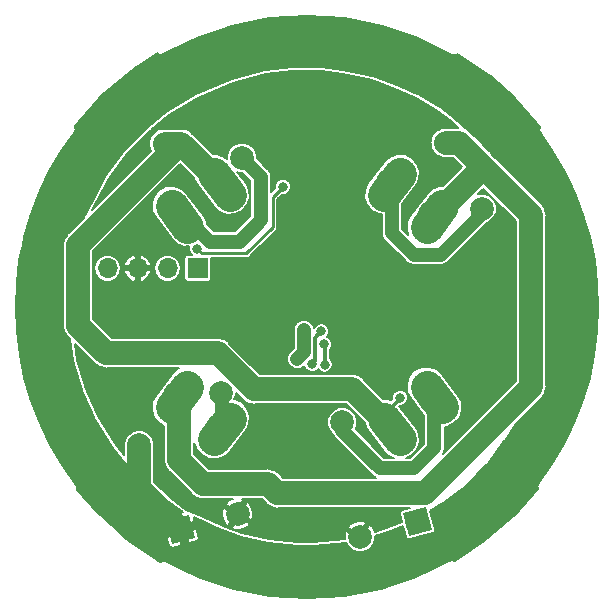
<source format=gbr>
From b93029b9faac31d8802ce797875c2d6b4c6d6a45 Mon Sep 17 00:00:00 2001
From: jaseg <git-bigdata-wsl-arch@jaseg.de>
Date: Sun, 31 Jul 2022 16:36:34 +0200
Subject: Split center design into control and led connector boards

---
 center/gerber/center-B.Cu.gbr | 2558 -----------------------------------------
 1 file changed, 2558 deletions(-)
 delete mode 100644 center/gerber/center-B.Cu.gbr

(limited to 'center/gerber/center-B.Cu.gbr')

diff --git a/center/gerber/center-B.Cu.gbr b/center/gerber/center-B.Cu.gbr
deleted file mode 100644
index acb4690..0000000
--- a/center/gerber/center-B.Cu.gbr
+++ /dev/null
@@ -1,2558 +0,0 @@
-G04 #@! TF.GenerationSoftware,KiCad,Pcbnew,(5.0.1)*
-G04 #@! TF.CreationDate,2019-02-02T12:52:51+09:00*
-G04 #@! TF.ProjectId,center,63656E7465722E6B696361645F706362,rev?*
-G04 #@! TF.SameCoordinates,Original*
-G04 #@! TF.FileFunction,Copper,L2,Bot,Signal*
-G04 #@! TF.FilePolarity,Positive*
-%FSLAX46Y46*%
-G04 Gerber Fmt 4.6, Leading zero omitted, Abs format (unit mm)*
-G04 Created by KiCad (PCBNEW (5.0.1)) date Sat Feb  2 12:52:51 2019*
-%MOMM*%
-%LPD*%
-G01*
-G04 APERTURE LIST*
-G04 #@! TA.AperFunction,SMDPad,CuDef*
-%ADD10C,2.800000*%
-G04 #@! TD*
-G04 #@! TA.AperFunction,Conductor*
-%ADD11C,2.800000*%
-G04 #@! TD*
-G04 #@! TA.AperFunction,ComponentPad*
-%ADD12R,1.700000X1.700000*%
-G04 #@! TD*
-G04 #@! TA.AperFunction,ComponentPad*
-%ADD13O,1.700000X1.700000*%
-G04 #@! TD*
-G04 #@! TA.AperFunction,ComponentPad*
-%ADD14C,2.000000*%
-G04 #@! TD*
-G04 #@! TA.AperFunction,Conductor*
-%ADD15C,0.100000*%
-G04 #@! TD*
-G04 #@! TA.AperFunction,ViaPad*
-%ADD16C,1.200000*%
-G04 #@! TD*
-G04 #@! TA.AperFunction,ViaPad*
-%ADD17C,2.000000*%
-G04 #@! TD*
-G04 #@! TA.AperFunction,ViaPad*
-%ADD18C,0.800000*%
-G04 #@! TD*
-G04 #@! TA.AperFunction,Conductor*
-%ADD19C,2.000000*%
-G04 #@! TD*
-G04 #@! TA.AperFunction,Conductor*
-%ADD20C,0.300000*%
-G04 #@! TD*
-G04 #@! TA.AperFunction,Conductor*
-%ADD21C,1.200000*%
-G04 #@! TD*
-G04 #@! TA.AperFunction,Conductor*
-%ADD22C,0.250000*%
-G04 #@! TD*
-G04 #@! TA.AperFunction,Conductor*
-%ADD23C,0.150000*%
-G04 #@! TD*
-G04 APERTURE END LIST*
-D10*
-G04 #@! TO.P,J1,2*
-G04 #@! TO.N,Net-(D1-Pad2)*
-X110796930Y-92354084D03*
-D11*
-G04 #@! TD*
-G04 #@! TO.N,Net-(D1-Pad2)*
-G04 #@! TO.C,J1*
-X111458927Y-91475585D02*
-X110134933Y-93232583D01*
-D10*
-G04 #@! TO.P,J1,1*
-G04 #@! TO.N,/Q2*
-X107203070Y-89645916D03*
-D11*
-G04 #@! TD*
-G04 #@! TO.N,/Q2*
-G04 #@! TO.C,J1*
-X107865067Y-88767417D02*
-X106541073Y-90524415D01*
-D10*
-G04 #@! TO.P,J2,1*
-G04 #@! TO.N,/Q0*
-X89203070Y-92354084D03*
-D11*
-G04 #@! TD*
-G04 #@! TO.N,/Q0*
-G04 #@! TO.C,J2*
-X88541073Y-91475585D02*
-X89865067Y-93232583D01*
-D10*
-G04 #@! TO.P,J2,2*
-G04 #@! TO.N,Net-(D2-Pad2)*
-X92796930Y-89645916D03*
-D11*
-G04 #@! TD*
-G04 #@! TO.N,Net-(D2-Pad2)*
-G04 #@! TO.C,J2*
-X92134933Y-88767417D02*
-X93458927Y-90524415D01*
-D10*
-G04 #@! TO.P,J3,2*
-G04 #@! TO.N,Net-(D1-Pad2)*
-X89203070Y-107645916D03*
-D11*
-G04 #@! TD*
-G04 #@! TO.N,Net-(D1-Pad2)*
-G04 #@! TO.C,J3*
-X88541073Y-108524415D02*
-X89865067Y-106767417D01*
-D10*
-G04 #@! TO.P,J3,1*
-G04 #@! TO.N,/Q3*
-X92796930Y-110354084D03*
-D11*
-G04 #@! TD*
-G04 #@! TO.N,/Q3*
-G04 #@! TO.C,J3*
-X92134933Y-111232583D02*
-X93458927Y-109475585D01*
-D10*
-G04 #@! TO.P,J4,2*
-G04 #@! TO.N,Net-(D2-Pad2)*
-X107203070Y-110354084D03*
-D11*
-G04 #@! TD*
-G04 #@! TO.N,Net-(D2-Pad2)*
-G04 #@! TO.C,J4*
-X107865067Y-111232583D02*
-X106541073Y-109475585D01*
-D10*
-G04 #@! TO.P,J4,1*
-G04 #@! TO.N,/Q1*
-X110796930Y-107645916D03*
-D11*
-G04 #@! TD*
-G04 #@! TO.N,/Q1*
-G04 #@! TO.C,J4*
-X111458927Y-108524415D02*
-X110134933Y-106767417D01*
-D12*
-G04 #@! TO.P,J5,1*
-G04 #@! TO.N,+3V3*
-X90750000Y-96750000D03*
-D13*
-G04 #@! TO.P,J5,2*
-G04 #@! TO.N,/SWCLK*
-X88210000Y-96750000D03*
-G04 #@! TO.P,J5,3*
-G04 #@! TO.N,GND*
-X85670001Y-96750000D03*
-G04 #@! TO.P,J5,4*
-G04 #@! TO.N,/SWDIO*
-X83130000Y-96750000D03*
-G04 #@! TD*
-D14*
-G04 #@! TO.P,C1,1*
-G04 #@! TO.N,+12V*
-X89300000Y-118850000D03*
-D15*
-G04 #@! TD*
-G04 #@! TO.N,+12V*
-G04 #@! TO.C,C1*
-G36*
-X88592893Y-120074745D02*
-X88075255Y-118142893D01*
-X90007107Y-117625255D01*
-X90524745Y-119557107D01*
-X88592893Y-120074745D01*
-X88592893Y-120074745D01*
-G37*
-D14*
-G04 #@! TO.P,C1,2*
-G04 #@! TO.N,GND*
-X94129629Y-117555905D03*
-G04 #@! TD*
-G04 #@! TO.P,C4,2*
-G04 #@! TO.N,GND*
-X104520371Y-119494095D03*
-G04 #@! TO.P,C4,1*
-G04 #@! TO.N,+3V3*
-X109350000Y-118200000D03*
-D15*
-G04 #@! TD*
-G04 #@! TO.N,+3V3*
-G04 #@! TO.C,C4*
-G36*
-X110057107Y-116975255D02*
-X110574745Y-118907107D01*
-X108642893Y-119424745D01*
-X108125255Y-117492893D01*
-X110057107Y-116975255D01*
-X110057107Y-116975255D01*
-G37*
-D16*
-G04 #@! TO.N,+12V*
-X85799992Y-111750008D03*
-D17*
-X92571589Y-78755737D03*
-X86370323Y-82091010D03*
-X81503225Y-87179340D03*
-X78446720Y-93522646D03*
-X77500000Y-100500000D03*
-X78755737Y-107428411D03*
-X82091010Y-113629677D03*
-X87179340Y-118496775D03*
-X93522646Y-121553280D03*
-X100500000Y-122500000D03*
-X107428411Y-121244263D03*
-X113629677Y-117908990D03*
-X118496775Y-112820660D03*
-X121553280Y-106477354D03*
-X122500000Y-99500000D03*
-X121244263Y-92571589D03*
-X117908990Y-86370323D03*
-X112820660Y-81503225D03*
-X106477354Y-78446720D03*
-X99500000Y-77500000D03*
-X85799992Y-111750008D03*
-D16*
-G04 #@! TO.N,GND*
-X98900000Y-95900000D03*
-X105250000Y-92400000D03*
-X99000000Y-82700000D03*
-X84903097Y-101658975D03*
-X100800000Y-97950000D03*
-X106750000Y-99400000D03*
-X103800000Y-83250000D03*
-D17*
-X106250000Y-84500000D03*
-X114900000Y-107700000D03*
-X97150000Y-111700000D03*
-X112000000Y-100300000D03*
-D18*
-X117300000Y-101050000D03*
-X117000000Y-102400000D03*
-D16*
-X94800000Y-82700000D03*
-D17*
-X85775634Y-92775634D03*
-X94800000Y-112700000D03*
-X96400000Y-109500000D03*
-X96800000Y-104700000D03*
-D16*
-X108200000Y-105500000D03*
-D18*
-X93000000Y-93000000D03*
-X95900000Y-95900000D03*
-X93400000Y-96300000D03*
-X92400000Y-96300000D03*
-X101500000Y-93200000D03*
-X101600000Y-95300000D03*
-X92400000Y-98850000D03*
-X109300000Y-90500000D03*
-X109300000Y-86500000D03*
-X113600000Y-108500000D03*
-X109200000Y-109400000D03*
-X101100000Y-109800000D03*
-X106700000Y-117700000D03*
-X97900000Y-119100000D03*
-X96200000Y-118800000D03*
-X90600000Y-90600000D03*
-X91200000Y-85500000D03*
-X92200000Y-86500000D03*
-X100000000Y-81950000D03*
-X101600000Y-84700000D03*
-X98000000Y-87500000D03*
-X93500000Y-84200000D03*
-D16*
-X101354480Y-100500010D03*
-G04 #@! TO.N,+3V3*
-X99200000Y-104400000D03*
-X99750000Y-102000000D03*
-D17*
-G04 #@! TO.N,Net-(D1-Pad2)*
-X111750000Y-86139998D03*
-G04 #@! TO.N,Net-(D2-Pad2)*
-X87950000Y-86191024D03*
-D18*
-X107900000Y-107700000D03*
-G04 #@! TO.N,/Vmeas_A*
-X90683142Y-95080201D03*
-X97975075Y-89849978D03*
-G04 #@! TO.N,/Vmeas_B*
-X101500000Y-104900000D03*
-X101450021Y-103200000D03*
-D17*
-G04 #@! TO.N,/Q2*
-X114800000Y-91700000D03*
-G04 #@! TO.N,/Q0*
-X94500000Y-87400000D03*
-G04 #@! TO.N,/Q3*
-X92694365Y-107305635D03*
-G04 #@! TO.N,/Q1*
-X103000000Y-109800000D03*
-D18*
-G04 #@! TO.N,/CH1*
-X101225000Y-102100000D03*
-X100450000Y-104875000D03*
-G04 #@! TD*
-D19*
-G04 #@! TO.N,+12V*
-X89300000Y-118850000D02*
-X85799992Y-115349992D01*
-X85799992Y-112598536D02*
-X85799992Y-111750008D01*
-X85799992Y-115349992D02*
-X85799992Y-112598536D01*
-D20*
-G04 #@! TO.N,GND*
-X98900000Y-95900000D02*
-X98900000Y-96050000D01*
-X98900000Y-96050000D02*
-X100800000Y-97950000D01*
-D21*
-G04 #@! TO.N,+3V3*
-X99750000Y-103850000D02*
-X99750000Y-102000000D01*
-X99200000Y-104400000D02*
-X99750000Y-103850000D01*
-D19*
-G04 #@! TO.N,Net-(D1-Pad2)*
-X112889998Y-86139998D02*
-X111750000Y-86139998D01*
-X114751014Y-88400000D02*
-X110796930Y-92354084D01*
-X115150000Y-88400000D02*
-X114751014Y-88400000D01*
-X115150000Y-88400000D02*
-X112889998Y-86139998D01*
-X119000000Y-92250000D02*
-X115150000Y-88400000D01*
-X119000000Y-106800000D02*
-X119000000Y-92250000D01*
-X110024755Y-115775245D02*
-X119000000Y-106800000D01*
-X89203070Y-113003070D02*
-X91200000Y-115000000D01*
-X91200000Y-115000000D02*
-X96700000Y-115000000D01*
-X96700000Y-115000000D02*
-X97500000Y-115800000D01*
-X97524755Y-115775245D02*
-X110024755Y-115775245D01*
-X97500000Y-115800000D02*
-X97524755Y-115775245D01*
-X89203070Y-107645916D02*
-X89203070Y-113003070D01*
-G04 #@! TO.N,Net-(D2-Pad2)*
-X89351014Y-86200000D02*
-X92796930Y-89645916D01*
-X89300000Y-86200000D02*
-X89351014Y-86200000D01*
-D22*
-X107203070Y-108396930D02*
-X107203070Y-110354084D01*
-X107900000Y-107700000D02*
-X107203070Y-108396930D01*
-D19*
-X89342038Y-86191024D02*
-X87950000Y-86191024D01*
-X89451014Y-86300000D02*
-X89342038Y-86191024D01*
-X89139998Y-86300000D02*
-X89451014Y-86300000D01*
-X107203070Y-110354084D02*
-X103848986Y-107000000D01*
-X95500000Y-107000000D02*
-X92450000Y-103950000D01*
-X80649999Y-94789999D02*
-X89139998Y-86300000D01*
-X92450000Y-103950000D02*
-X83000000Y-103950000D01*
-X103848986Y-107000000D02*
-X95500000Y-107000000D01*
-X83000000Y-103950000D02*
-X80649999Y-101599999D01*
-X80649999Y-101599999D02*
-X80649999Y-94789999D01*
-D22*
-G04 #@! TO.N,/Vmeas_A*
-X97100000Y-90725053D02*
-X97975075Y-89849978D01*
-X97100000Y-93265685D02*
-X97100000Y-90725053D01*
-X94885485Y-95480200D02*
-X97100000Y-93265685D01*
-X90683142Y-95080201D02*
-X91083141Y-95480200D01*
-X91083141Y-95480200D02*
-X94885485Y-95480200D01*
-D20*
-G04 #@! TO.N,/Vmeas_B*
-X101500000Y-103249979D02*
-X101450021Y-103200000D01*
-X101500000Y-104900000D02*
-X101500000Y-103249979D01*
-D21*
-G04 #@! TO.N,/Q2*
-X107203070Y-93753070D02*
-X107203070Y-91851988D01*
-X107203070Y-91851988D02*
-X107203070Y-89645916D01*
-X109050000Y-95600000D02*
-X107203070Y-93753070D01*
-X111350000Y-95600000D02*
-X109050000Y-95600000D01*
-X114800000Y-91700000D02*
-X114800000Y-92150000D01*
-X114800000Y-92150000D02*
-X111350000Y-95600000D01*
-G04 #@! TO.N,/Q0*
-X94299999Y-94500001D02*
-X91799999Y-94500001D01*
-X96100000Y-92700000D02*
-X94299999Y-94500001D01*
-X91799999Y-94500001D02*
-X90701375Y-93401377D01*
-X94500000Y-87400000D02*
-X96100000Y-89000000D01*
-X96100000Y-89000000D02*
-X96100000Y-92700000D01*
-G04 #@! TO.N,/Q3*
-X92796930Y-110354084D02*
-X92796930Y-107408200D01*
-X92796930Y-107408200D02*
-X92694365Y-107305635D01*
-G04 #@! TO.N,/Q1*
-X103000000Y-110500000D02*
-X103000000Y-109800000D01*
-X106200000Y-113700000D02*
-X103000000Y-110500000D01*
-X109100000Y-113700000D02*
-X106200000Y-113700000D01*
-X110796930Y-107645916D02*
-X110796930Y-112003070D01*
-X110796930Y-112003070D02*
-X109100000Y-113700000D01*
-D20*
-G04 #@! TO.N,/CH1*
-X100700011Y-104624989D02*
-X100450000Y-104875000D01*
-X100700011Y-102624989D02*
-X100700011Y-104624989D01*
-X101225000Y-102100000D02*
-X100700011Y-102624989D01*
-G04 #@! TD*
-D23*
-G04 #@! TO.N,GND*
-G36*
-X82009645Y-104762767D02*
-X82080777Y-104869223D01*
-X82502520Y-105151023D01*
-X82874427Y-105225000D01*
-X82874431Y-105225000D01*
-X82999999Y-105249977D01*
-X83125567Y-105225000D01*
-X89201353Y-105225000D01*
-X88998286Y-105295914D01*
-X88626635Y-105627625D01*
-X87104077Y-107648127D01*
-X86887657Y-108096813D01*
-X86849878Y-108762096D01*
-X87069570Y-109391195D01*
-X87513284Y-109888336D01*
-X87928070Y-110088405D01*
-X87928071Y-112877497D01*
-X87903093Y-113003070D01*
-X88002048Y-113500550D01*
-X88201840Y-113799559D01*
-X88283848Y-113922293D01*
-X88390303Y-113993424D01*
-X90209645Y-115812767D01*
-X90280777Y-115919223D01*
-X90702520Y-116201023D01*
-X91074427Y-116275000D01*
-X91074431Y-116275000D01*
-X91199999Y-116299977D01*
-X91325567Y-116275000D01*
-X93773802Y-116275000D01*
-X93424904Y-116403320D01*
-X93198714Y-116576883D01*
-X93128024Y-116775556D01*
-X94065575Y-117316851D01*
-X94606870Y-116379300D01*
-X94484378Y-116275000D01*
-X96171879Y-116275000D01*
-X96509645Y-116612766D01*
-X96580777Y-116719223D01*
-X96743719Y-116828097D01*
-X97002520Y-117001023D01*
-X97500000Y-117099977D01*
-X97750022Y-117050245D01*
-X108693909Y-117050245D01*
-X108052686Y-117222060D01*
-X107954566Y-117270447D01*
-X107882433Y-117352699D01*
-X107847267Y-117456295D01*
-X107854422Y-117565462D01*
-X108027467Y-118211274D01*
-X106972846Y-118679995D01*
-X105779080Y-119077917D01*
-X105672956Y-118789370D01*
-X105499393Y-118563180D01*
-X105300720Y-118492490D01*
-X104808145Y-119345655D01*
-X104183672Y-119501773D01*
-X103343766Y-119016854D01*
-X103207055Y-119177410D01*
-X103185964Y-119700909D01*
-X100496880Y-119925000D01*
-X99253743Y-119925000D01*
-X96761907Y-119675816D01*
-X94521408Y-119177928D01*
-X93333628Y-118732510D01*
-X93652388Y-118732510D01*
-X93812944Y-118869221D01*
-X94339635Y-118890441D01*
-X94820063Y-118713746D01*
-X103518766Y-118713746D01*
-X104456317Y-119255041D01*
-X104997612Y-118317490D01*
-X104837056Y-118180779D01*
-X104310365Y-118159559D01*
-X103815646Y-118341510D01*
-X103589456Y-118515073D01*
-X103518766Y-118713746D01*
-X94820063Y-118713746D01*
-X94834354Y-118708490D01*
-X95060544Y-118534927D01*
-X95131234Y-118336254D01*
-X94193683Y-117794959D01*
-X93652388Y-118732510D01*
-X93333628Y-118732510D01*
-X92528708Y-118430665D01*
-X91066250Y-117765911D01*
-X92795093Y-117765911D01*
-X92977044Y-118260630D01*
-X93150607Y-118486820D01*
-X93349280Y-118557510D01*
-X93890575Y-117619959D01*
-X93668686Y-117491851D01*
-X94368683Y-117491851D01*
-X95306234Y-118033146D01*
-X95442945Y-117872590D01*
-X95464165Y-117345899D01*
-X95282214Y-116851180D01*
-X95108651Y-116624990D01*
-X94909978Y-116554300D01*
-X94368683Y-117491851D01*
-X93668686Y-117491851D01*
-X92953024Y-117078664D01*
-X92816313Y-117239220D01*
-X92795093Y-117765911D01*
-X91066250Y-117765911D01*
-X89787669Y-117184738D01*
-X88563337Y-116310215D01*
-X87074992Y-114821871D01*
-X87074992Y-111496395D01*
-X87025993Y-111378100D01*
-X87001015Y-111252528D01*
-X86929885Y-111146074D01*
-X86880885Y-111027778D01*
-X86790344Y-110937237D01*
-X86719215Y-110830785D01*
-X86612763Y-110759656D01*
-X86522222Y-110669115D01*
-X86403926Y-110620115D01*
-X86297472Y-110548985D01*
-X86171900Y-110524007D01*
-X86053605Y-110475008D01*
-X85925565Y-110475008D01*
-X85799992Y-110450030D01*
-X85674419Y-110475008D01*
-X85546379Y-110475008D01*
-X85428084Y-110524007D01*
-X85302513Y-110548985D01*
-X85196061Y-110620114D01*
-X85077762Y-110669115D01*
-X84987219Y-110759658D01*
-X84880770Y-110830785D01*
-X84809642Y-110937235D01*
-X84719099Y-111027778D01*
-X84670099Y-111146075D01*
-X84598969Y-111252528D01*
-X84573991Y-111378101D01*
-X84524992Y-111496395D01*
-X84524992Y-112598682D01*
-X83811717Y-111707088D01*
-X82316673Y-109215347D01*
-X81320469Y-106973890D01*
-X80573451Y-104483830D01*
-X80380575Y-103133696D01*
-X82009645Y-104762767D01*
-X82009645Y-104762767D01*
-G37*
-X82009645Y-104762767D02*
-X82080777Y-104869223D01*
-X82502520Y-105151023D01*
-X82874427Y-105225000D01*
-X82874431Y-105225000D01*
-X82999999Y-105249977D01*
-X83125567Y-105225000D01*
-X89201353Y-105225000D01*
-X88998286Y-105295914D01*
-X88626635Y-105627625D01*
-X87104077Y-107648127D01*
-X86887657Y-108096813D01*
-X86849878Y-108762096D01*
-X87069570Y-109391195D01*
-X87513284Y-109888336D01*
-X87928070Y-110088405D01*
-X87928071Y-112877497D01*
-X87903093Y-113003070D01*
-X88002048Y-113500550D01*
-X88201840Y-113799559D01*
-X88283848Y-113922293D01*
-X88390303Y-113993424D01*
-X90209645Y-115812767D01*
-X90280777Y-115919223D01*
-X90702520Y-116201023D01*
-X91074427Y-116275000D01*
-X91074431Y-116275000D01*
-X91199999Y-116299977D01*
-X91325567Y-116275000D01*
-X93773802Y-116275000D01*
-X93424904Y-116403320D01*
-X93198714Y-116576883D01*
-X93128024Y-116775556D01*
-X94065575Y-117316851D01*
-X94606870Y-116379300D01*
-X94484378Y-116275000D01*
-X96171879Y-116275000D01*
-X96509645Y-116612766D01*
-X96580777Y-116719223D01*
-X96743719Y-116828097D01*
-X97002520Y-117001023D01*
-X97500000Y-117099977D01*
-X97750022Y-117050245D01*
-X108693909Y-117050245D01*
-X108052686Y-117222060D01*
-X107954566Y-117270447D01*
-X107882433Y-117352699D01*
-X107847267Y-117456295D01*
-X107854422Y-117565462D01*
-X108027467Y-118211274D01*
-X106972846Y-118679995D01*
-X105779080Y-119077917D01*
-X105672956Y-118789370D01*
-X105499393Y-118563180D01*
-X105300720Y-118492490D01*
-X104808145Y-119345655D01*
-X104183672Y-119501773D01*
-X103343766Y-119016854D01*
-X103207055Y-119177410D01*
-X103185964Y-119700909D01*
-X100496880Y-119925000D01*
-X99253743Y-119925000D01*
-X96761907Y-119675816D01*
-X94521408Y-119177928D01*
-X93333628Y-118732510D01*
-X93652388Y-118732510D01*
-X93812944Y-118869221D01*
-X94339635Y-118890441D01*
-X94820063Y-118713746D01*
-X103518766Y-118713746D01*
-X104456317Y-119255041D01*
-X104997612Y-118317490D01*
-X104837056Y-118180779D01*
-X104310365Y-118159559D01*
-X103815646Y-118341510D01*
-X103589456Y-118515073D01*
-X103518766Y-118713746D01*
-X94820063Y-118713746D01*
-X94834354Y-118708490D01*
-X95060544Y-118534927D01*
-X95131234Y-118336254D01*
-X94193683Y-117794959D01*
-X93652388Y-118732510D01*
-X93333628Y-118732510D01*
-X92528708Y-118430665D01*
-X91066250Y-117765911D01*
-X92795093Y-117765911D01*
-X92977044Y-118260630D01*
-X93150607Y-118486820D01*
-X93349280Y-118557510D01*
-X93890575Y-117619959D01*
-X93668686Y-117491851D01*
-X94368683Y-117491851D01*
-X95306234Y-118033146D01*
-X95442945Y-117872590D01*
-X95464165Y-117345899D01*
-X95282214Y-116851180D01*
-X95108651Y-116624990D01*
-X94909978Y-116554300D01*
-X94368683Y-117491851D01*
-X93668686Y-117491851D01*
-X92953024Y-117078664D01*
-X92816313Y-117239220D01*
-X92795093Y-117765911D01*
-X91066250Y-117765911D01*
-X89787669Y-117184738D01*
-X88563337Y-116310215D01*
-X87074992Y-114821871D01*
-X87074992Y-111496395D01*
-X87025993Y-111378100D01*
-X87001015Y-111252528D01*
-X86929885Y-111146074D01*
-X86880885Y-111027778D01*
-X86790344Y-110937237D01*
-X86719215Y-110830785D01*
-X86612763Y-110759656D01*
-X86522222Y-110669115D01*
-X86403926Y-110620115D01*
-X86297472Y-110548985D01*
-X86171900Y-110524007D01*
-X86053605Y-110475008D01*
-X85925565Y-110475008D01*
-X85799992Y-110450030D01*
-X85674419Y-110475008D01*
-X85546379Y-110475008D01*
-X85428084Y-110524007D01*
-X85302513Y-110548985D01*
-X85196061Y-110620114D01*
-X85077762Y-110669115D01*
-X84987219Y-110759658D01*
-X84880770Y-110830785D01*
-X84809642Y-110937235D01*
-X84719099Y-111027778D01*
-X84670099Y-111146075D01*
-X84598969Y-111252528D01*
-X84573991Y-111378101D01*
-X84524992Y-111496395D01*
-X84524992Y-112598682D01*
-X83811717Y-111707088D01*
-X82316673Y-109215347D01*
-X81320469Y-106973890D01*
-X80573451Y-104483830D01*
-X80380575Y-103133696D01*
-X82009645Y-104762767D01*
-G36*
-X94509645Y-107812767D02*
-X94580777Y-107919223D01*
-X95002520Y-108201023D01*
-X95374427Y-108275000D01*
-X95374431Y-108275000D01*
-X95499999Y-108299977D01*
-X95625567Y-108275000D01*
-X103320865Y-108275000D01*
-X104883961Y-109838096D01*
-X104887657Y-109903187D01*
-X105104077Y-110351873D01*
-X106626635Y-112372375D01*
-X106998286Y-112704086D01*
-X107344531Y-112825000D01*
-X106562436Y-112825000D01*
-X104133254Y-110395818D01*
-X104275000Y-110053613D01*
-X104275000Y-109546387D01*
-X104080893Y-109077770D01*
-X103722230Y-108719107D01*
-X103253613Y-108525000D01*
-X102746387Y-108525000D01*
-X102277770Y-108719107D01*
-X101919107Y-109077770D01*
-X101725000Y-109546387D01*
-X101725000Y-110053613D01*
-X101919107Y-110522230D01*
-X102160245Y-110763368D01*
-X102175768Y-110841407D01*
-X102369160Y-111130840D01*
-X102442223Y-111179659D01*
-X105520341Y-114257777D01*
-X105569160Y-114330840D01*
-X105822693Y-114500245D01*
-X98003366Y-114500245D01*
-X97690356Y-114187235D01*
-X97619223Y-114080777D01*
-X97197480Y-113798977D01*
-X96825573Y-113725000D01*
-X96825568Y-113725000D01*
-X96700000Y-113700023D01*
-X96574432Y-113725000D01*
-X91728122Y-113725000D01*
-X90478070Y-112474949D01*
-X90478070Y-111568575D01*
-X90663430Y-112099363D01*
-X91107144Y-112596504D01*
-X91707331Y-112885999D01*
-X92372614Y-112923778D01*
-X93001713Y-112704086D01*
-X93373364Y-112372376D01*
-X94895923Y-110351874D01*
-X95112343Y-109903189D01*
-X95150122Y-109237905D01*
-X94930430Y-108608805D01*
-X94486715Y-108111665D01*
-X93886529Y-107822169D01*
-X93861059Y-107820723D01*
-X93969365Y-107559248D01*
-X93969365Y-107272487D01*
-X94509645Y-107812767D01*
-X94509645Y-107812767D01*
-G37*
-X94509645Y-107812767D02*
-X94580777Y-107919223D01*
-X95002520Y-108201023D01*
-X95374427Y-108275000D01*
-X95374431Y-108275000D01*
-X95499999Y-108299977D01*
-X95625567Y-108275000D01*
-X103320865Y-108275000D01*
-X104883961Y-109838096D01*
-X104887657Y-109903187D01*
-X105104077Y-110351873D01*
-X106626635Y-112372375D01*
-X106998286Y-112704086D01*
-X107344531Y-112825000D01*
-X106562436Y-112825000D01*
-X104133254Y-110395818D01*
-X104275000Y-110053613D01*
-X104275000Y-109546387D01*
-X104080893Y-109077770D01*
-X103722230Y-108719107D01*
-X103253613Y-108525000D01*
-X102746387Y-108525000D01*
-X102277770Y-108719107D01*
-X101919107Y-109077770D01*
-X101725000Y-109546387D01*
-X101725000Y-110053613D01*
-X101919107Y-110522230D01*
-X102160245Y-110763368D01*
-X102175768Y-110841407D01*
-X102369160Y-111130840D01*
-X102442223Y-111179659D01*
-X105520341Y-114257777D01*
-X105569160Y-114330840D01*
-X105822693Y-114500245D01*
-X98003366Y-114500245D01*
-X97690356Y-114187235D01*
-X97619223Y-114080777D01*
-X97197480Y-113798977D01*
-X96825573Y-113725000D01*
-X96825568Y-113725000D01*
-X96700000Y-113700023D01*
-X96574432Y-113725000D01*
-X91728122Y-113725000D01*
-X90478070Y-112474949D01*
-X90478070Y-111568575D01*
-X90663430Y-112099363D01*
-X91107144Y-112596504D01*
-X91707331Y-112885999D01*
-X92372614Y-112923778D01*
-X93001713Y-112704086D01*
-X93373364Y-112372376D01*
-X94895923Y-110351874D01*
-X95112343Y-109903189D01*
-X95150122Y-109237905D01*
-X94930430Y-108608805D01*
-X94486715Y-108111665D01*
-X93886529Y-107822169D01*
-X93861059Y-107820723D01*
-X93969365Y-107559248D01*
-X93969365Y-107272487D01*
-X94509645Y-107812767D01*
-G36*
-X102987321Y-80323950D02*
-X105479346Y-80822355D01*
-X107472047Y-81569618D01*
-X109216518Y-82317248D01*
-X110957712Y-83312217D01*
-X112202160Y-84307775D01*
-X112835712Y-84850819D01*
-X112764430Y-84864998D01*
-X111496387Y-84864998D01*
-X111378093Y-84913997D01*
-X111252520Y-84938975D01*
-X111146066Y-85010105D01*
-X111027770Y-85059105D01*
-X110937229Y-85149646D01*
-X110830777Y-85220775D01*
-X110759648Y-85327227D01*
-X110669107Y-85417768D01*
-X110620107Y-85536064D01*
-X110548977Y-85642518D01*
-X110523999Y-85768090D01*
-X110475000Y-85886385D01*
-X110475000Y-86014425D01*
-X110450022Y-86139998D01*
-X110475000Y-86265571D01*
-X110475000Y-86393611D01*
-X110523999Y-86511906D01*
-X110548977Y-86637478D01*
-X110620107Y-86743932D01*
-X110669107Y-86862228D01*
-X110759648Y-86952769D01*
-X110830777Y-87059221D01*
-X110937229Y-87130350D01*
-X111027770Y-87220891D01*
-X111146066Y-87269891D01*
-X111252520Y-87341021D01*
-X111378093Y-87365999D01*
-X111496387Y-87414998D01*
-X112361877Y-87414998D01*
-X113147385Y-88200507D01*
-X111545111Y-89802782D01*
-X111221245Y-89784391D01*
-X110592146Y-90004082D01*
-X110220495Y-90335793D01*
-X108697937Y-92356295D01*
-X108481517Y-92804981D01*
-X108443738Y-93470264D01*
-X108597229Y-93909793D01*
-X108078070Y-93390634D01*
-X108078070Y-91267998D01*
-X109302063Y-89643706D01*
-X109518483Y-89195021D01*
-X109556262Y-88529737D01*
-X109336570Y-87900637D01*
-X108892855Y-87403497D01*
-X108292669Y-87114001D01*
-X107627385Y-87076223D01*
-X106998286Y-87295914D01*
-X106626635Y-87627625D01*
-X105104077Y-89648127D01*
-X104887657Y-90096813D01*
-X104849878Y-90762096D01*
-X105069570Y-91391195D01*
-X105513284Y-91888336D01*
-X106113471Y-92177831D01*
-X106328071Y-92190017D01*
-X106328070Y-93666892D01*
-X106310928Y-93753070D01*
-X106328070Y-93839248D01*
-X106378838Y-94094477D01*
-X106572230Y-94383910D01*
-X106645293Y-94432729D01*
-X108370341Y-96157777D01*
-X108419160Y-96230840D01*
-X108708592Y-96424232D01*
-X108963821Y-96475000D01*
-X109049999Y-96492142D01*
-X109136177Y-96475000D01*
-X111263822Y-96475000D01*
-X111350000Y-96492142D01*
-X111436178Y-96475000D01*
-X111436179Y-96475000D01*
-X111691408Y-96424232D01*
-X111980840Y-96230840D01*
-X112029659Y-96157777D01*
-X115324742Y-92862695D01*
-X115522230Y-92780893D01*
-X115880893Y-92422230D01*
-X116075000Y-91953613D01*
-X116075000Y-91446387D01*
-X115880893Y-90977770D01*
-X115522230Y-90619107D01*
-X115053613Y-90425000D01*
-X114546387Y-90425000D01*
-X114516937Y-90437198D01*
-X114950507Y-90003629D01*
-X117725001Y-92778123D01*
-X117725000Y-106271878D01*
-X111558258Y-112438621D01*
-X111621162Y-112344478D01*
-X111671930Y-112089249D01*
-X111689072Y-112003071D01*
-X111671930Y-111916893D01*
-X111671930Y-110190017D01*
-X111886529Y-110177831D01*
-X112486715Y-109888335D01*
-X112930430Y-109391195D01*
-X113150122Y-108762095D01*
-X113112343Y-108096811D01*
-X112895923Y-107648126D01*
-X111373364Y-105627624D01*
-X111001713Y-105295914D01*
-X110372614Y-105076222D01*
-X109707331Y-105114001D01*
-X109107144Y-105403496D01*
-X108663430Y-105900637D01*
-X108443738Y-106529736D01*
-X108481517Y-107195019D01*
-X108697937Y-107643705D01*
-X109921930Y-109267999D01*
-X109921931Y-111640633D01*
-X108737564Y-112825000D01*
-X108419133Y-112825000D01*
-X108892855Y-112596503D01*
-X109336570Y-112099363D01*
-X109556262Y-111470263D01*
-X109518483Y-110804979D01*
-X109302063Y-110356294D01*
-X107809049Y-108375000D01*
-X108034266Y-108375000D01*
-X108282357Y-108272237D01*
-X108472237Y-108082357D01*
-X108575000Y-107834266D01*
-X108575000Y-107565734D01*
-X108472237Y-107317643D01*
-X108282357Y-107127763D01*
-X108034266Y-107025000D01*
-X107765734Y-107025000D01*
-X107517643Y-107127763D01*
-X107327763Y-107317643D01*
-X107225000Y-107565734D01*
-X107225000Y-107809316D01*
-X107127973Y-107906343D01*
-X106778754Y-107784390D01*
-X106454889Y-107802781D01*
-X104839342Y-106187235D01*
-X104768209Y-106080777D01*
-X104346466Y-105798977D01*
-X103974559Y-105725000D01*
-X103974554Y-105725000D01*
-X103848986Y-105700023D01*
-X103723418Y-105725000D01*
-X96028122Y-105725000D01*
-X94703122Y-104400000D01*
-X98307858Y-104400000D01*
-X98325000Y-104486178D01*
-X98325000Y-104574048D01*
-X98358627Y-104655231D01*
-X98375769Y-104741408D01*
-X98424583Y-104814464D01*
-X98458211Y-104895648D01*
-X98520347Y-104957784D01*
-X98569161Y-105030839D01*
-X98642216Y-105079653D01*
-X98704352Y-105141789D01*
-X98785536Y-105175417D01*
-X98858592Y-105224231D01*
-X98944769Y-105241373D01*
-X99025952Y-105275000D01*
-X99113822Y-105275000D01*
-X99200000Y-105292142D01*
-X99286178Y-105275000D01*
-X99374048Y-105275000D01*
-X99455231Y-105241373D01*
-X99541408Y-105224231D01*
-X99614464Y-105175416D01*
-X99695648Y-105141789D01*
-X99790573Y-105046864D01*
-X99877763Y-105257357D01*
-X100067643Y-105447237D01*
-X100315734Y-105550000D01*
-X100584266Y-105550000D01*
-X100832357Y-105447237D01*
-X100962500Y-105317094D01*
-X101117643Y-105472237D01*
-X101365734Y-105575000D01*
-X101634266Y-105575000D01*
-X101882357Y-105472237D01*
-X102072237Y-105282357D01*
-X102175000Y-105034266D01*
-X102175000Y-104765734D01*
-X102072237Y-104517643D01*
-X101925000Y-104370406D01*
-X101925000Y-103679615D01*
-X102022258Y-103582357D01*
-X102125021Y-103334266D01*
-X102125021Y-103065734D01*
-X102022258Y-102817643D01*
-X101832378Y-102627763D01*
-X101704712Y-102574882D01*
-X101797237Y-102482357D01*
-X101900000Y-102234266D01*
-X101900000Y-101965734D01*
-X101797237Y-101717643D01*
-X101607357Y-101527763D01*
-X101359266Y-101425000D01*
-X101090734Y-101425000D01*
-X100842643Y-101527763D01*
-X100652763Y-101717643D01*
-X100616450Y-101805310D01*
-X100591374Y-101744772D01*
-X100574232Y-101658592D01*
-X100525415Y-101585532D01*
-X100491789Y-101504352D01*
-X100429657Y-101442220D01*
-X100380840Y-101369160D01*
-X100307780Y-101320343D01*
-X100245648Y-101258211D01*
-X100164468Y-101224585D01*
-X100091408Y-101175768D01*
-X100005228Y-101158626D01*
-X99924048Y-101125000D01*
-X99836179Y-101125000D01*
-X99750000Y-101107858D01*
-X99663821Y-101125000D01*
-X99575952Y-101125000D01*
-X99494771Y-101158626D01*
-X99408593Y-101175768D01*
-X99335534Y-101224584D01*
-X99254352Y-101258211D01*
-X99192218Y-101320345D01*
-X99119161Y-101369160D01*
-X99070346Y-101442217D01*
-X99008211Y-101504352D01*
-X98974584Y-101585536D01*
-X98925769Y-101658592D01*
-X98908628Y-101744768D01*
-X98875000Y-101825952D01*
-X98875000Y-102174048D01*
-X98875001Y-102174050D01*
-X98875000Y-103487564D01*
-X98704354Y-103658210D01*
-X98704352Y-103658211D01*
-X98458211Y-103904352D01*
-X98424584Y-103985536D01*
-X98375769Y-104058592D01*
-X98358627Y-104144769D01*
-X98325000Y-104225952D01*
-X98325000Y-104313822D01*
-X98307858Y-104400000D01*
-X94703122Y-104400000D01*
-X93440356Y-103137235D01*
-X93369223Y-103030777D01*
-X92947480Y-102748977D01*
-X92575573Y-102675000D01*
-X92575568Y-102675000D01*
-X92450000Y-102650023D01*
-X92324432Y-102675000D01*
-X83528122Y-102675000D01*
-X81924999Y-101071878D01*
-X81924999Y-96750000D01*
-X81982960Y-96750000D01*
-X82070273Y-97188953D01*
-X82318920Y-97561080D01*
-X82691047Y-97809727D01*
-X83019197Y-97875000D01*
-X83240803Y-97875000D01*
-X83568953Y-97809727D01*
-X83941080Y-97561080D01*
-X84189727Y-97188953D01*
-X84206504Y-97104609D01*
-X84549770Y-97104609D01*
-X84770745Y-97506310D01*
-X85128624Y-97792870D01*
-X85315395Y-97870214D01*
-X85495001Y-97829659D01*
-X85495001Y-96925000D01*
-X85845001Y-96925000D01*
-X85845001Y-97829659D01*
-X86024607Y-97870214D01*
-X86211378Y-97792870D01*
-X86569257Y-97506310D01*
-X86790232Y-97104609D01*
-X86750663Y-96925000D01*
-X85845001Y-96925000D01*
-X85495001Y-96925000D01*
-X84589339Y-96925000D01*
-X84549770Y-97104609D01*
-X84206504Y-97104609D01*
-X84277040Y-96750000D01*
-X87062960Y-96750000D01*
-X87150273Y-97188953D01*
-X87398920Y-97561080D01*
-X87771047Y-97809727D01*
-X88099197Y-97875000D01*
-X88320803Y-97875000D01*
-X88648953Y-97809727D01*
-X89021080Y-97561080D01*
-X89269727Y-97188953D01*
-X89357040Y-96750000D01*
-X89269727Y-96311047D01*
-X89021080Y-95938920D01*
-X88648953Y-95690273D01*
-X88320803Y-95625000D01*
-X88099197Y-95625000D01*
-X87771047Y-95690273D01*
-X87398920Y-95938920D01*
-X87150273Y-96311047D01*
-X87062960Y-96750000D01*
-X84277040Y-96750000D01*
-X84206505Y-96395391D01*
-X84549770Y-96395391D01*
-X84589339Y-96575000D01*
-X85495001Y-96575000D01*
-X85495001Y-95670341D01*
-X85845001Y-95670341D01*
-X85845001Y-96575000D01*
-X86750663Y-96575000D01*
-X86790232Y-96395391D01*
-X86569257Y-95993690D01*
-X86211378Y-95707130D01*
-X86024607Y-95629786D01*
-X85845001Y-95670341D01*
-X85495001Y-95670341D01*
-X85315395Y-95629786D01*
-X85128624Y-95707130D01*
-X84770745Y-95993690D01*
-X84549770Y-96395391D01*
-X84206505Y-96395391D01*
-X84189727Y-96311047D01*
-X83941080Y-95938920D01*
-X83568953Y-95690273D01*
-X83240803Y-95625000D01*
-X83019197Y-95625000D01*
-X82691047Y-95690273D01*
-X82318920Y-95938920D01*
-X82070273Y-96311047D01*
-X81982960Y-96750000D01*
-X81924999Y-96750000D01*
-X81924999Y-95318120D01*
-X89295506Y-87947614D01*
-X90477821Y-89129928D01*
-X90481517Y-89195019D01*
-X90697937Y-89643705D01*
-X92220495Y-91664207D01*
-X92592146Y-91995918D01*
-X93221245Y-92215609D01*
-X93886529Y-92177831D01*
-X94486715Y-91888335D01*
-X94930430Y-91391195D01*
-X95150122Y-90762095D01*
-X95112343Y-90096811D01*
-X94895923Y-89648126D01*
-X94124608Y-88624558D01*
-X94246387Y-88675000D01*
-X94537564Y-88675000D01*
-X95225000Y-89362437D01*
-X95225001Y-92337562D01*
-X93937563Y-93625001D01*
-X92162436Y-93625001D01*
-X91529083Y-92991649D01*
-X91518483Y-92804979D01*
-X91302063Y-92356294D01*
-X89779504Y-90335792D01*
-X89407853Y-90004082D01*
-X88778754Y-89784390D01*
-X88113471Y-89822169D01*
-X87513284Y-90111664D01*
-X87069570Y-90608805D01*
-X86849878Y-91237904D01*
-X86887657Y-91903187D01*
-X87104077Y-92351873D01*
-X88626635Y-94372375D01*
-X88998286Y-94704086D01*
-X89627385Y-94923777D01*
-X90026713Y-94901101D01*
-X90008142Y-94945935D01*
-X90008142Y-95214467D01*
-X90110905Y-95462558D01*
-X90267960Y-95619613D01*
-X89900000Y-95619613D01*
-X89792701Y-95640956D01*
-X89701736Y-95701736D01*
-X89640956Y-95792701D01*
-X89619613Y-95900000D01*
-X89619613Y-97600000D01*
-X89640956Y-97707299D01*
-X89701736Y-97798264D01*
-X89792701Y-97859044D01*
-X89900000Y-97880387D01*
-X91600000Y-97880387D01*
-X91707299Y-97859044D01*
-X91798264Y-97798264D01*
-X91859044Y-97707299D01*
-X91880387Y-97600000D01*
-X91880387Y-95900000D01*
-X91876449Y-95880200D01*
-X94846091Y-95880200D01*
-X94885485Y-95888036D01*
-X94924879Y-95880200D01*
-X95041557Y-95856991D01*
-X95173869Y-95768584D01*
-X95196188Y-95735181D01*
-X97354988Y-93576383D01*
-X97388384Y-93554069D01*
-X97476791Y-93421757D01*
-X97500000Y-93305079D01*
-X97500000Y-93305078D01*
-X97507836Y-93265686D01*
-X97500000Y-93226293D01*
-X97500000Y-90890737D01*
-X97865760Y-90524978D01*
-X98109341Y-90524978D01*
-X98357432Y-90422215D01*
-X98547312Y-90232335D01*
-X98650075Y-89984244D01*
-X98650075Y-89715712D01*
-X98547312Y-89467621D01*
-X98357432Y-89277741D01*
-X98109341Y-89174978D01*
-X97840809Y-89174978D01*
-X97592718Y-89277741D01*
-X97402838Y-89467621D01*
-X97300075Y-89715712D01*
-X97300075Y-89959293D01*
-X96975000Y-90284369D01*
-X96975000Y-89086179D01*
-X96992142Y-89000000D01*
-X96924232Y-88658592D01*
-X96805497Y-88480893D01*
-X96730840Y-88369160D01*
-X96657780Y-88320343D01*
-X95775000Y-87437564D01*
-X95775000Y-87146387D01*
-X95580893Y-86677770D01*
-X95222230Y-86319107D01*
-X94753613Y-86125000D01*
-X94246387Y-86125000D01*
-X93777770Y-86319107D01*
-X93419107Y-86677770D01*
-X93225000Y-87146387D01*
-X93225000Y-87495205D01*
-X93001713Y-87295914D01*
-X92372614Y-87076222D01*
-X92048749Y-87094613D01*
-X90441370Y-85487235D01*
-X90370237Y-85380777D01*
-X90310291Y-85340723D01*
-X90270237Y-85280777D01*
-X90264856Y-85277182D01*
-X90261261Y-85271801D01*
-X89839518Y-84990001D01*
-X89467611Y-84916024D01*
-X89467606Y-84916024D01*
-X89342038Y-84891047D01*
-X89216470Y-84916024D01*
-X87696387Y-84916024D01*
-X87578093Y-84965023D01*
-X87452520Y-84990001D01*
-X87346066Y-85061131D01*
-X87227770Y-85110131D01*
-X87137229Y-85200672D01*
-X87030777Y-85271801D01*
-X86959648Y-85378253D01*
-X86869107Y-85468794D01*
-X86820107Y-85587090D01*
-X86748977Y-85693544D01*
-X86723999Y-85819116D01*
-X86675000Y-85937411D01*
-X86675000Y-86065451D01*
-X86650022Y-86191024D01*
-X86675000Y-86316597D01*
-X86675000Y-86444637D01*
-X86723999Y-86562932D01*
-X86748977Y-86688504D01*
-X86820107Y-86794958D01*
-X86826496Y-86810381D01*
-X81816537Y-91820340D01*
-X83313369Y-89040508D01*
-X84806802Y-87049264D01*
-X86800624Y-85055442D01*
-X88293562Y-83811327D01*
-X90783895Y-82317127D01*
-X93774393Y-81071086D01*
-X96514094Y-80323895D01*
-X98754151Y-80075000D01*
-X101244671Y-80075000D01*
-X102987321Y-80323950D01*
-X102987321Y-80323950D01*
-G37*
-X102987321Y-80323950D02*
-X105479346Y-80822355D01*
-X107472047Y-81569618D01*
-X109216518Y-82317248D01*
-X110957712Y-83312217D01*
-X112202160Y-84307775D01*
-X112835712Y-84850819D01*
-X112764430Y-84864998D01*
-X111496387Y-84864998D01*
-X111378093Y-84913997D01*
-X111252520Y-84938975D01*
-X111146066Y-85010105D01*
-X111027770Y-85059105D01*
-X110937229Y-85149646D01*
-X110830777Y-85220775D01*
-X110759648Y-85327227D01*
-X110669107Y-85417768D01*
-X110620107Y-85536064D01*
-X110548977Y-85642518D01*
-X110523999Y-85768090D01*
-X110475000Y-85886385D01*
-X110475000Y-86014425D01*
-X110450022Y-86139998D01*
-X110475000Y-86265571D01*
-X110475000Y-86393611D01*
-X110523999Y-86511906D01*
-X110548977Y-86637478D01*
-X110620107Y-86743932D01*
-X110669107Y-86862228D01*
-X110759648Y-86952769D01*
-X110830777Y-87059221D01*
-X110937229Y-87130350D01*
-X111027770Y-87220891D01*
-X111146066Y-87269891D01*
-X111252520Y-87341021D01*
-X111378093Y-87365999D01*
-X111496387Y-87414998D01*
-X112361877Y-87414998D01*
-X113147385Y-88200507D01*
-X111545111Y-89802782D01*
-X111221245Y-89784391D01*
-X110592146Y-90004082D01*
-X110220495Y-90335793D01*
-X108697937Y-92356295D01*
-X108481517Y-92804981D01*
-X108443738Y-93470264D01*
-X108597229Y-93909793D01*
-X108078070Y-93390634D01*
-X108078070Y-91267998D01*
-X109302063Y-89643706D01*
-X109518483Y-89195021D01*
-X109556262Y-88529737D01*
-X109336570Y-87900637D01*
-X108892855Y-87403497D01*
-X108292669Y-87114001D01*
-X107627385Y-87076223D01*
-X106998286Y-87295914D01*
-X106626635Y-87627625D01*
-X105104077Y-89648127D01*
-X104887657Y-90096813D01*
-X104849878Y-90762096D01*
-X105069570Y-91391195D01*
-X105513284Y-91888336D01*
-X106113471Y-92177831D01*
-X106328071Y-92190017D01*
-X106328070Y-93666892D01*
-X106310928Y-93753070D01*
-X106328070Y-93839248D01*
-X106378838Y-94094477D01*
-X106572230Y-94383910D01*
-X106645293Y-94432729D01*
-X108370341Y-96157777D01*
-X108419160Y-96230840D01*
-X108708592Y-96424232D01*
-X108963821Y-96475000D01*
-X109049999Y-96492142D01*
-X109136177Y-96475000D01*
-X111263822Y-96475000D01*
-X111350000Y-96492142D01*
-X111436178Y-96475000D01*
-X111436179Y-96475000D01*
-X111691408Y-96424232D01*
-X111980840Y-96230840D01*
-X112029659Y-96157777D01*
-X115324742Y-92862695D01*
-X115522230Y-92780893D01*
-X115880893Y-92422230D01*
-X116075000Y-91953613D01*
-X116075000Y-91446387D01*
-X115880893Y-90977770D01*
-X115522230Y-90619107D01*
-X115053613Y-90425000D01*
-X114546387Y-90425000D01*
-X114516937Y-90437198D01*
-X114950507Y-90003629D01*
-X117725001Y-92778123D01*
-X117725000Y-106271878D01*
-X111558258Y-112438621D01*
-X111621162Y-112344478D01*
-X111671930Y-112089249D01*
-X111689072Y-112003071D01*
-X111671930Y-111916893D01*
-X111671930Y-110190017D01*
-X111886529Y-110177831D01*
-X112486715Y-109888335D01*
-X112930430Y-109391195D01*
-X113150122Y-108762095D01*
-X113112343Y-108096811D01*
-X112895923Y-107648126D01*
-X111373364Y-105627624D01*
-X111001713Y-105295914D01*
-X110372614Y-105076222D01*
-X109707331Y-105114001D01*
-X109107144Y-105403496D01*
-X108663430Y-105900637D01*
-X108443738Y-106529736D01*
-X108481517Y-107195019D01*
-X108697937Y-107643705D01*
-X109921930Y-109267999D01*
-X109921931Y-111640633D01*
-X108737564Y-112825000D01*
-X108419133Y-112825000D01*
-X108892855Y-112596503D01*
-X109336570Y-112099363D01*
-X109556262Y-111470263D01*
-X109518483Y-110804979D01*
-X109302063Y-110356294D01*
-X107809049Y-108375000D01*
-X108034266Y-108375000D01*
-X108282357Y-108272237D01*
-X108472237Y-108082357D01*
-X108575000Y-107834266D01*
-X108575000Y-107565734D01*
-X108472237Y-107317643D01*
-X108282357Y-107127763D01*
-X108034266Y-107025000D01*
-X107765734Y-107025000D01*
-X107517643Y-107127763D01*
-X107327763Y-107317643D01*
-X107225000Y-107565734D01*
-X107225000Y-107809316D01*
-X107127973Y-107906343D01*
-X106778754Y-107784390D01*
-X106454889Y-107802781D01*
-X104839342Y-106187235D01*
-X104768209Y-106080777D01*
-X104346466Y-105798977D01*
-X103974559Y-105725000D01*
-X103974554Y-105725000D01*
-X103848986Y-105700023D01*
-X103723418Y-105725000D01*
-X96028122Y-105725000D01*
-X94703122Y-104400000D01*
-X98307858Y-104400000D01*
-X98325000Y-104486178D01*
-X98325000Y-104574048D01*
-X98358627Y-104655231D01*
-X98375769Y-104741408D01*
-X98424583Y-104814464D01*
-X98458211Y-104895648D01*
-X98520347Y-104957784D01*
-X98569161Y-105030839D01*
-X98642216Y-105079653D01*
-X98704352Y-105141789D01*
-X98785536Y-105175417D01*
-X98858592Y-105224231D01*
-X98944769Y-105241373D01*
-X99025952Y-105275000D01*
-X99113822Y-105275000D01*
-X99200000Y-105292142D01*
-X99286178Y-105275000D01*
-X99374048Y-105275000D01*
-X99455231Y-105241373D01*
-X99541408Y-105224231D01*
-X99614464Y-105175416D01*
-X99695648Y-105141789D01*
-X99790573Y-105046864D01*
-X99877763Y-105257357D01*
-X100067643Y-105447237D01*
-X100315734Y-105550000D01*
-X100584266Y-105550000D01*
-X100832357Y-105447237D01*
-X100962500Y-105317094D01*
-X101117643Y-105472237D01*
-X101365734Y-105575000D01*
-X101634266Y-105575000D01*
-X101882357Y-105472237D01*
-X102072237Y-105282357D01*
-X102175000Y-105034266D01*
-X102175000Y-104765734D01*
-X102072237Y-104517643D01*
-X101925000Y-104370406D01*
-X101925000Y-103679615D01*
-X102022258Y-103582357D01*
-X102125021Y-103334266D01*
-X102125021Y-103065734D01*
-X102022258Y-102817643D01*
-X101832378Y-102627763D01*
-X101704712Y-102574882D01*
-X101797237Y-102482357D01*
-X101900000Y-102234266D01*
-X101900000Y-101965734D01*
-X101797237Y-101717643D01*
-X101607357Y-101527763D01*
-X101359266Y-101425000D01*
-X101090734Y-101425000D01*
-X100842643Y-101527763D01*
-X100652763Y-101717643D01*
-X100616450Y-101805310D01*
-X100591374Y-101744772D01*
-X100574232Y-101658592D01*
-X100525415Y-101585532D01*
-X100491789Y-101504352D01*
-X100429657Y-101442220D01*
-X100380840Y-101369160D01*
-X100307780Y-101320343D01*
-X100245648Y-101258211D01*
-X100164468Y-101224585D01*
-X100091408Y-101175768D01*
-X100005228Y-101158626D01*
-X99924048Y-101125000D01*
-X99836179Y-101125000D01*
-X99750000Y-101107858D01*
-X99663821Y-101125000D01*
-X99575952Y-101125000D01*
-X99494771Y-101158626D01*
-X99408593Y-101175768D01*
-X99335534Y-101224584D01*
-X99254352Y-101258211D01*
-X99192218Y-101320345D01*
-X99119161Y-101369160D01*
-X99070346Y-101442217D01*
-X99008211Y-101504352D01*
-X98974584Y-101585536D01*
-X98925769Y-101658592D01*
-X98908628Y-101744768D01*
-X98875000Y-101825952D01*
-X98875000Y-102174048D01*
-X98875001Y-102174050D01*
-X98875000Y-103487564D01*
-X98704354Y-103658210D01*
-X98704352Y-103658211D01*
-X98458211Y-103904352D01*
-X98424584Y-103985536D01*
-X98375769Y-104058592D01*
-X98358627Y-104144769D01*
-X98325000Y-104225952D01*
-X98325000Y-104313822D01*
-X98307858Y-104400000D01*
-X94703122Y-104400000D01*
-X93440356Y-103137235D01*
-X93369223Y-103030777D01*
-X92947480Y-102748977D01*
-X92575573Y-102675000D01*
-X92575568Y-102675000D01*
-X92450000Y-102650023D01*
-X92324432Y-102675000D01*
-X83528122Y-102675000D01*
-X81924999Y-101071878D01*
-X81924999Y-96750000D01*
-X81982960Y-96750000D01*
-X82070273Y-97188953D01*
-X82318920Y-97561080D01*
-X82691047Y-97809727D01*
-X83019197Y-97875000D01*
-X83240803Y-97875000D01*
-X83568953Y-97809727D01*
-X83941080Y-97561080D01*
-X84189727Y-97188953D01*
-X84206504Y-97104609D01*
-X84549770Y-97104609D01*
-X84770745Y-97506310D01*
-X85128624Y-97792870D01*
-X85315395Y-97870214D01*
-X85495001Y-97829659D01*
-X85495001Y-96925000D01*
-X85845001Y-96925000D01*
-X85845001Y-97829659D01*
-X86024607Y-97870214D01*
-X86211378Y-97792870D01*
-X86569257Y-97506310D01*
-X86790232Y-97104609D01*
-X86750663Y-96925000D01*
-X85845001Y-96925000D01*
-X85495001Y-96925000D01*
-X84589339Y-96925000D01*
-X84549770Y-97104609D01*
-X84206504Y-97104609D01*
-X84277040Y-96750000D01*
-X87062960Y-96750000D01*
-X87150273Y-97188953D01*
-X87398920Y-97561080D01*
-X87771047Y-97809727D01*
-X88099197Y-97875000D01*
-X88320803Y-97875000D01*
-X88648953Y-97809727D01*
-X89021080Y-97561080D01*
-X89269727Y-97188953D01*
-X89357040Y-96750000D01*
-X89269727Y-96311047D01*
-X89021080Y-95938920D01*
-X88648953Y-95690273D01*
-X88320803Y-95625000D01*
-X88099197Y-95625000D01*
-X87771047Y-95690273D01*
-X87398920Y-95938920D01*
-X87150273Y-96311047D01*
-X87062960Y-96750000D01*
-X84277040Y-96750000D01*
-X84206505Y-96395391D01*
-X84549770Y-96395391D01*
-X84589339Y-96575000D01*
-X85495001Y-96575000D01*
-X85495001Y-95670341D01*
-X85845001Y-95670341D01*
-X85845001Y-96575000D01*
-X86750663Y-96575000D01*
-X86790232Y-96395391D01*
-X86569257Y-95993690D01*
-X86211378Y-95707130D01*
-X86024607Y-95629786D01*
-X85845001Y-95670341D01*
-X85495001Y-95670341D01*
-X85315395Y-95629786D01*
-X85128624Y-95707130D01*
-X84770745Y-95993690D01*
-X84549770Y-96395391D01*
-X84206505Y-96395391D01*
-X84189727Y-96311047D01*
-X83941080Y-95938920D01*
-X83568953Y-95690273D01*
-X83240803Y-95625000D01*
-X83019197Y-95625000D01*
-X82691047Y-95690273D01*
-X82318920Y-95938920D01*
-X82070273Y-96311047D01*
-X81982960Y-96750000D01*
-X81924999Y-96750000D01*
-X81924999Y-95318120D01*
-X89295506Y-87947614D01*
-X90477821Y-89129928D01*
-X90481517Y-89195019D01*
-X90697937Y-89643705D01*
-X92220495Y-91664207D01*
-X92592146Y-91995918D01*
-X93221245Y-92215609D01*
-X93886529Y-92177831D01*
-X94486715Y-91888335D01*
-X94930430Y-91391195D01*
-X95150122Y-90762095D01*
-X95112343Y-90096811D01*
-X94895923Y-89648126D01*
-X94124608Y-88624558D01*
-X94246387Y-88675000D01*
-X94537564Y-88675000D01*
-X95225000Y-89362437D01*
-X95225001Y-92337562D01*
-X93937563Y-93625001D01*
-X92162436Y-93625001D01*
-X91529083Y-92991649D01*
-X91518483Y-92804979D01*
-X91302063Y-92356294D01*
-X89779504Y-90335792D01*
-X89407853Y-90004082D01*
-X88778754Y-89784390D01*
-X88113471Y-89822169D01*
-X87513284Y-90111664D01*
-X87069570Y-90608805D01*
-X86849878Y-91237904D01*
-X86887657Y-91903187D01*
-X87104077Y-92351873D01*
-X88626635Y-94372375D01*
-X88998286Y-94704086D01*
-X89627385Y-94923777D01*
-X90026713Y-94901101D01*
-X90008142Y-94945935D01*
-X90008142Y-95214467D01*
-X90110905Y-95462558D01*
-X90267960Y-95619613D01*
-X89900000Y-95619613D01*
-X89792701Y-95640956D01*
-X89701736Y-95701736D01*
-X89640956Y-95792701D01*
-X89619613Y-95900000D01*
-X89619613Y-97600000D01*
-X89640956Y-97707299D01*
-X89701736Y-97798264D01*
-X89792701Y-97859044D01*
-X89900000Y-97880387D01*
-X91600000Y-97880387D01*
-X91707299Y-97859044D01*
-X91798264Y-97798264D01*
-X91859044Y-97707299D01*
-X91880387Y-97600000D01*
-X91880387Y-95900000D01*
-X91876449Y-95880200D01*
-X94846091Y-95880200D01*
-X94885485Y-95888036D01*
-X94924879Y-95880200D01*
-X95041557Y-95856991D01*
-X95173869Y-95768584D01*
-X95196188Y-95735181D01*
-X97354988Y-93576383D01*
-X97388384Y-93554069D01*
-X97476791Y-93421757D01*
-X97500000Y-93305079D01*
-X97500000Y-93305078D01*
-X97507836Y-93265686D01*
-X97500000Y-93226293D01*
-X97500000Y-90890737D01*
-X97865760Y-90524978D01*
-X98109341Y-90524978D01*
-X98357432Y-90422215D01*
-X98547312Y-90232335D01*
-X98650075Y-89984244D01*
-X98650075Y-89715712D01*
-X98547312Y-89467621D01*
-X98357432Y-89277741D01*
-X98109341Y-89174978D01*
-X97840809Y-89174978D01*
-X97592718Y-89277741D01*
-X97402838Y-89467621D01*
-X97300075Y-89715712D01*
-X97300075Y-89959293D01*
-X96975000Y-90284369D01*
-X96975000Y-89086179D01*
-X96992142Y-89000000D01*
-X96924232Y-88658592D01*
-X96805497Y-88480893D01*
-X96730840Y-88369160D01*
-X96657780Y-88320343D01*
-X95775000Y-87437564D01*
-X95775000Y-87146387D01*
-X95580893Y-86677770D01*
-X95222230Y-86319107D01*
-X94753613Y-86125000D01*
-X94246387Y-86125000D01*
-X93777770Y-86319107D01*
-X93419107Y-86677770D01*
-X93225000Y-87146387D01*
-X93225000Y-87495205D01*
-X93001713Y-87295914D01*
-X92372614Y-87076222D01*
-X92048749Y-87094613D01*
-X90441370Y-85487235D01*
-X90370237Y-85380777D01*
-X90310291Y-85340723D01*
-X90270237Y-85280777D01*
-X90264856Y-85277182D01*
-X90261261Y-85271801D01*
-X89839518Y-84990001D01*
-X89467611Y-84916024D01*
-X89467606Y-84916024D01*
-X89342038Y-84891047D01*
-X89216470Y-84916024D01*
-X87696387Y-84916024D01*
-X87578093Y-84965023D01*
-X87452520Y-84990001D01*
-X87346066Y-85061131D01*
-X87227770Y-85110131D01*
-X87137229Y-85200672D01*
-X87030777Y-85271801D01*
-X86959648Y-85378253D01*
-X86869107Y-85468794D01*
-X86820107Y-85587090D01*
-X86748977Y-85693544D01*
-X86723999Y-85819116D01*
-X86675000Y-85937411D01*
-X86675000Y-86065451D01*
-X86650022Y-86191024D01*
-X86675000Y-86316597D01*
-X86675000Y-86444637D01*
-X86723999Y-86562932D01*
-X86748977Y-86688504D01*
-X86820107Y-86794958D01*
-X86826496Y-86810381D01*
-X81816537Y-91820340D01*
-X83313369Y-89040508D01*
-X84806802Y-87049264D01*
-X86800624Y-85055442D01*
-X88293562Y-83811327D01*
-X90783895Y-82317127D01*
-X93774393Y-81071086D01*
-X96514094Y-80323895D01*
-X98754151Y-80075000D01*
-X101244671Y-80075000D01*
-X102987321Y-80323950D01*
-G04 #@! TO.N,+12V*
-G36*
-X103227907Y-75576836D02*
-X106381157Y-76209398D01*
-X109425348Y-77246699D01*
-X112283273Y-78659544D01*
-X112284359Y-78660760D01*
-X112341112Y-78688137D01*
-X112368455Y-78701654D01*
-X112369990Y-78702067D01*
-X112400812Y-78716935D01*
-X112431813Y-78718697D01*
-X112461794Y-78726761D01*
-X112495722Y-78722328D01*
-X112529895Y-78724270D01*
-X112559211Y-78714033D01*
-X112589997Y-78710011D01*
-X112619652Y-78692929D01*
-X112651960Y-78681647D01*
-X112675125Y-78660973D01*
-X112702031Y-78645474D01*
-X112722891Y-78618344D01*
-X112724075Y-78617287D01*
-X112742424Y-78592938D01*
-X112746726Y-78587344D01*
-X115633561Y-80539135D01*
-X117466402Y-82202638D01*
-X119757864Y-84820158D01*
-X119741917Y-84841318D01*
-X119710998Y-84873190D01*
-X119691480Y-84922410D01*
-X119668473Y-84970100D01*
-X119667788Y-84982154D01*
-X119663337Y-84993378D01*
-X119664140Y-85046315D01*
-X119661135Y-85099183D01*
-X119665116Y-85110584D01*
-X119665299Y-85122654D01*
-X119686300Y-85171258D01*
-X119703755Y-85221249D01*
-X119733318Y-85254376D01*
-X120862002Y-86889326D01*
-X121854001Y-88607578D01*
-X122702260Y-90394218D01*
-X123403745Y-92240178D01*
-X123955383Y-94136291D01*
-X124354132Y-96073469D01*
-X124596943Y-98042593D01*
-X124680736Y-100033912D01*
-X124593545Y-102055934D01*
-X124342503Y-104054420D01*
-X123930869Y-106019431D01*
-X123361885Y-107941445D01*
-X122638795Y-109810944D01*
-X121764842Y-111618408D01*
-X120743269Y-113354322D01*
-X119580364Y-115004855D01*
-X119549761Y-115039144D01*
-X119532815Y-115087672D01*
-X119511979Y-115134654D01*
-X119511641Y-115148309D01*
-X119507137Y-115161208D01*
-X119510052Y-115212526D01*
-X119508781Y-115263906D01*
-X119513695Y-115276653D01*
-X119514470Y-115290292D01*
-X119536802Y-115336588D01*
-X119555290Y-115384544D01*
-X119566786Y-115396623D01*
-X117716756Y-117566850D01*
-X115024590Y-119870147D01*
-X112506034Y-121558212D01*
-X112490039Y-121537068D01*
-X112462151Y-121520711D01*
-X112438034Y-121499185D01*
-X112406933Y-121488324D01*
-X112378514Y-121471655D01*
-X112346491Y-121467215D01*
-X112315971Y-121456557D01*
-X112283080Y-121458424D01*
-X112250447Y-121453900D01*
-X112219164Y-121462053D01*
-X112186887Y-121463885D01*
-X112157211Y-121478198D01*
-X112156913Y-121478276D01*
-X112128398Y-121492096D01*
-X112070432Y-121520054D01*
-X112070220Y-121520291D01*
-X109257224Y-122883593D01*
-X106264067Y-123885502D01*
-X103167511Y-124497114D01*
-X100005651Y-124708407D01*
-X96867878Y-124505411D01*
-X93793094Y-123908020D01*
-X90818763Y-122925911D01*
-X87963499Y-121559964D01*
-X87905702Y-121532091D01*
-X87872603Y-121530214D01*
-X87840481Y-121522016D01*
-X87808688Y-121526588D01*
-X87776616Y-121524769D01*
-X87745319Y-121535701D01*
-X87712506Y-121540420D01*
-X87684879Y-121556813D01*
-X87654556Y-121567405D01*
-X87629826Y-121589480D01*
-X87601315Y-121606398D01*
-X87599113Y-121609340D01*
-X84945809Y-119870350D01*
-X84627140Y-119585343D01*
-X88125294Y-119585343D01*
-X88262236Y-120096418D01*
-X88295699Y-120221305D01*
-X88374408Y-120323880D01*
-X88486380Y-120388526D01*
-X88614566Y-120405402D01*
-X89250528Y-120234997D01*
-X89307980Y-120135486D01*
-X89070190Y-119248042D01*
-X88182746Y-119485832D01*
-X88125294Y-119585343D01*
-X84627140Y-119585343D01*
-X84061899Y-119079810D01*
-X89698042Y-119079810D01*
-X89935832Y-119967254D01*
-X90035343Y-120024706D01*
-X90671304Y-119854301D01*
-X90773879Y-119775593D01*
-X90838526Y-119663622D01*
-X90855403Y-119535435D01*
-X90821939Y-119410547D01*
-X90684997Y-118899472D01*
-X90585486Y-118842020D01*
-X89698042Y-119079810D01*
-X84061899Y-119079810D01*
-X83038553Y-118164565D01*
-X87744597Y-118164565D01*
-X87778061Y-118289453D01*
-X87915003Y-118800528D01*
-X88014514Y-118857980D01*
-X88901958Y-118620190D01*
-X88664168Y-117732746D01*
-X88564657Y-117675294D01*
-X87928696Y-117845699D01*
-X87826121Y-117924407D01*
-X87761474Y-118036378D01*
-X87744597Y-118164565D01*
-X83038553Y-118164565D01*
-X82113501Y-117337230D01*
-X80507124Y-115491227D01*
-X80513109Y-115484896D01*
-X80531244Y-115437382D01*
-X80553339Y-115391575D01*
-X80554145Y-115377384D01*
-X80559214Y-115364103D01*
-X80557786Y-115313259D01*
-X80560668Y-115262490D01*
-X80555982Y-115249072D01*
-X80555583Y-115234862D01*
-X80534807Y-115188437D01*
-X80518041Y-115140426D01*
-X80487079Y-115105736D01*
-X79309558Y-113446289D01*
-X78275660Y-111700396D01*
-X77391408Y-109881576D01*
-X76660120Y-107999532D01*
-X76085139Y-106064024D01*
-X75669783Y-104084762D01*
-X75417379Y-102071460D01*
-X75331270Y-100034159D01*
-X75416945Y-98029495D01*
-X75663723Y-96047647D01*
-X75924856Y-94789999D01*
-X79350022Y-94789999D01*
-X79375000Y-94915572D01*
-X79374999Y-101474431D01*
-X79350022Y-101599999D01*
-X79374999Y-101725567D01*
-X79374999Y-101725571D01*
-X79448976Y-102097478D01*
-X79730776Y-102519222D01*
-X79837234Y-102590355D01*
-X79969429Y-102722550D01*
-X79977124Y-102784110D01*
-X79977764Y-102788891D01*
-X80227764Y-104538891D01*
-X80236598Y-104579021D01*
-X80986598Y-107079021D01*
-X80998702Y-107111688D01*
-X81998702Y-109361688D01*
-X82014189Y-109391486D01*
-X83514189Y-111891486D01*
-X83535261Y-111921791D01*
-X84535261Y-113171791D01*
-X84555546Y-113194454D01*
-X86055546Y-114694454D01*
-X86071032Y-114708796D01*
-X87821032Y-116208796D01*
-X87840159Y-116223777D01*
-X89515568Y-117420498D01*
-X89349472Y-117465003D01*
-X89292020Y-117564514D01*
-X89529810Y-118451958D01*
-X90417254Y-118214168D01*
-X90474706Y-118114657D01*
-X90403564Y-117849151D01*
-X92386204Y-118750351D01*
-X92403441Y-118757491D01*
-X94403441Y-119507491D01*
-X94440344Y-119518451D01*
-X96690344Y-120018451D01*
-X96722636Y-120023635D01*
-X99222636Y-120273635D01*
-X99250000Y-120275000D01*
-X100500000Y-120275000D01*
-X100522838Y-120274050D01*
-X103365274Y-120037180D01*
-X103439478Y-120216325D01*
-X103798141Y-120574988D01*
-X104266758Y-120769095D01*
-X104773984Y-120769095D01*
-X105242601Y-120574988D01*
-X105601264Y-120216325D01*
-X105795371Y-119747708D01*
-X105795371Y-119441419D01*
-X107086963Y-119010888D01*
-X107111688Y-119001298D01*
-X108119173Y-118553527D01*
-X108372060Y-119497314D01*
-X108420447Y-119595434D01*
-X108502699Y-119667567D01*
-X108606295Y-119702733D01*
-X108715462Y-119695578D01*
-X110647314Y-119177940D01*
-X110745434Y-119129553D01*
-X110817567Y-119047301D01*
-X110852733Y-118943705D01*
-X110845578Y-118834538D01*
-X110442213Y-117329160D01*
-X111395750Y-116733200D01*
-X111409841Y-116723777D01*
-X113159841Y-115473777D01*
-X113194454Y-115444454D01*
-X115194454Y-113444454D01*
-X115220000Y-113415000D01*
-X116720000Y-111415000D01*
-X116733200Y-111395750D01*
-X117609580Y-109993541D01*
-X119812768Y-107790354D01*
-X119919223Y-107719223D01*
-X120201023Y-107297480D01*
-X120275000Y-106925573D01*
-X120275000Y-106925569D01*
-X120299977Y-106800001D01*
-X120275000Y-106674433D01*
-X120275000Y-92375567D01*
-X120299977Y-92249999D01*
-X120275000Y-92124431D01*
-X120275000Y-92124427D01*
-X120201023Y-91752520D01*
-X119919223Y-91330777D01*
-X119812768Y-91259646D01*
-X116140356Y-87587235D01*
-X116069223Y-87480777D01*
-X115962768Y-87409646D01*
-X115675017Y-87121896D01*
-X115473777Y-86840159D01*
-X115444454Y-86805546D01*
-X114194454Y-85555546D01*
-X114178968Y-85541204D01*
-X113814699Y-85228973D01*
-X113809221Y-85220775D01*
-X113790683Y-85208388D01*
-X112428968Y-84041204D01*
-X112421791Y-84035261D01*
-X111171791Y-83035261D01*
-X111136438Y-83011233D01*
-X109386438Y-82011233D01*
-X109358328Y-81997235D01*
-X107608328Y-81247235D01*
-X107596559Y-81242509D01*
-X105596559Y-80492509D01*
-X105553932Y-80480340D01*
-X103053932Y-79980340D01*
-X103038891Y-79977764D01*
-X101288891Y-79727764D01*
-X101250000Y-79725000D01*
-X98750000Y-79725000D01*
-X98719631Y-79726682D01*
-X96469631Y-79976682D01*
-X96427643Y-79984690D01*
-X93677643Y-80734690D01*
-X93644231Y-80746154D01*
-X90644231Y-81996154D01*
-X90608514Y-82014189D01*
-X88108514Y-83514189D01*
-X88073949Y-83538739D01*
-X86573949Y-84788739D01*
-X86555546Y-84805546D01*
-X84555546Y-86805546D01*
-X84530000Y-86835000D01*
-X83030000Y-88835000D01*
-X83007870Y-88869623D01*
-X81257870Y-92119623D01*
-X81237161Y-92169126D01*
-X81134677Y-92502200D01*
-X79837232Y-93799645D01*
-X79730777Y-93870776D01*
-X79659646Y-93977231D01*
-X79659645Y-93977232D01*
-X79448977Y-94292519D01*
-X79350022Y-94789999D01*
-X75924856Y-94789999D01*
-X76068448Y-94098449D01*
-X76627987Y-92191170D01*
-X77339202Y-90335113D01*
-X78198964Y-88539547D01*
-X79204116Y-86813797D01*
-X80347973Y-85172231D01*
-X80378006Y-85138580D01*
-X80395229Y-85089258D01*
-X80416162Y-85041387D01*
-X80416412Y-85028596D01*
-X80420630Y-85016516D01*
-X80417667Y-84964352D01*
-X80418687Y-84912119D01*
-X80414023Y-84900205D01*
-X80413297Y-84887431D01*
-X80390596Y-84840369D01*
-X80371551Y-84791725D01*
-X80340287Y-84759215D01*
-X80327077Y-84741685D01*
-X82642506Y-82113857D01*
-X85454451Y-79760598D01*
-X87361925Y-78540502D01*
-X87366923Y-78547045D01*
-X87385575Y-78571799D01*
-X87386391Y-78572528D01*
-X87406867Y-78599329D01*
-X87434149Y-78615157D01*
-X87457684Y-78636165D01*
-X87489528Y-78647287D01*
-X87518701Y-78664212D01*
-X87549966Y-78668395D01*
-X87579746Y-78678796D01*
-X87613421Y-78676885D01*
-X87646851Y-78681358D01*
-X87677337Y-78673258D01*
-X87708831Y-78671471D01*
-X87739213Y-78656818D01*
-X87740267Y-78656538D01*
-X87767987Y-78642941D01*
-X87825288Y-78615305D01*
-X87826037Y-78614466D01*
-X90663271Y-77222734D01*
-X93684074Y-76200106D01*
-X96811536Y-75575637D01*
-X100006028Y-75359800D01*
-X103227907Y-75576836D01*
-X103227907Y-75576836D01*
-G37*
-X103227907Y-75576836D02*
-X106381157Y-76209398D01*
-X109425348Y-77246699D01*
-X112283273Y-78659544D01*
-X112284359Y-78660760D01*
-X112341112Y-78688137D01*
-X112368455Y-78701654D01*
-X112369990Y-78702067D01*
-X112400812Y-78716935D01*
-X112431813Y-78718697D01*
-X112461794Y-78726761D01*
-X112495722Y-78722328D01*
-X112529895Y-78724270D01*
-X112559211Y-78714033D01*
-X112589997Y-78710011D01*
-X112619652Y-78692929D01*
-X112651960Y-78681647D01*
-X112675125Y-78660973D01*
-X112702031Y-78645474D01*
-X112722891Y-78618344D01*
-X112724075Y-78617287D01*
-X112742424Y-78592938D01*
-X112746726Y-78587344D01*
-X115633561Y-80539135D01*
-X117466402Y-82202638D01*
-X119757864Y-84820158D01*
-X119741917Y-84841318D01*
-X119710998Y-84873190D01*
-X119691480Y-84922410D01*
-X119668473Y-84970100D01*
-X119667788Y-84982154D01*
-X119663337Y-84993378D01*
-X119664140Y-85046315D01*
-X119661135Y-85099183D01*
-X119665116Y-85110584D01*
-X119665299Y-85122654D01*
-X119686300Y-85171258D01*
-X119703755Y-85221249D01*
-X119733318Y-85254376D01*
-X120862002Y-86889326D01*
-X121854001Y-88607578D01*
-X122702260Y-90394218D01*
-X123403745Y-92240178D01*
-X123955383Y-94136291D01*
-X124354132Y-96073469D01*
-X124596943Y-98042593D01*
-X124680736Y-100033912D01*
-X124593545Y-102055934D01*
-X124342503Y-104054420D01*
-X123930869Y-106019431D01*
-X123361885Y-107941445D01*
-X122638795Y-109810944D01*
-X121764842Y-111618408D01*
-X120743269Y-113354322D01*
-X119580364Y-115004855D01*
-X119549761Y-115039144D01*
-X119532815Y-115087672D01*
-X119511979Y-115134654D01*
-X119511641Y-115148309D01*
-X119507137Y-115161208D01*
-X119510052Y-115212526D01*
-X119508781Y-115263906D01*
-X119513695Y-115276653D01*
-X119514470Y-115290292D01*
-X119536802Y-115336588D01*
-X119555290Y-115384544D01*
-X119566786Y-115396623D01*
-X117716756Y-117566850D01*
-X115024590Y-119870147D01*
-X112506034Y-121558212D01*
-X112490039Y-121537068D01*
-X112462151Y-121520711D01*
-X112438034Y-121499185D01*
-X112406933Y-121488324D01*
-X112378514Y-121471655D01*
-X112346491Y-121467215D01*
-X112315971Y-121456557D01*
-X112283080Y-121458424D01*
-X112250447Y-121453900D01*
-X112219164Y-121462053D01*
-X112186887Y-121463885D01*
-X112157211Y-121478198D01*
-X112156913Y-121478276D01*
-X112128398Y-121492096D01*
-X112070432Y-121520054D01*
-X112070220Y-121520291D01*
-X109257224Y-122883593D01*
-X106264067Y-123885502D01*
-X103167511Y-124497114D01*
-X100005651Y-124708407D01*
-X96867878Y-124505411D01*
-X93793094Y-123908020D01*
-X90818763Y-122925911D01*
-X87963499Y-121559964D01*
-X87905702Y-121532091D01*
-X87872603Y-121530214D01*
-X87840481Y-121522016D01*
-X87808688Y-121526588D01*
-X87776616Y-121524769D01*
-X87745319Y-121535701D01*
-X87712506Y-121540420D01*
-X87684879Y-121556813D01*
-X87654556Y-121567405D01*
-X87629826Y-121589480D01*
-X87601315Y-121606398D01*
-X87599113Y-121609340D01*
-X84945809Y-119870350D01*
-X84627140Y-119585343D01*
-X88125294Y-119585343D01*
-X88262236Y-120096418D01*
-X88295699Y-120221305D01*
-X88374408Y-120323880D01*
-X88486380Y-120388526D01*
-X88614566Y-120405402D01*
-X89250528Y-120234997D01*
-X89307980Y-120135486D01*
-X89070190Y-119248042D01*
-X88182746Y-119485832D01*
-X88125294Y-119585343D01*
-X84627140Y-119585343D01*
-X84061899Y-119079810D01*
-X89698042Y-119079810D01*
-X89935832Y-119967254D01*
-X90035343Y-120024706D01*
-X90671304Y-119854301D01*
-X90773879Y-119775593D01*
-X90838526Y-119663622D01*
-X90855403Y-119535435D01*
-X90821939Y-119410547D01*
-X90684997Y-118899472D01*
-X90585486Y-118842020D01*
-X89698042Y-119079810D01*
-X84061899Y-119079810D01*
-X83038553Y-118164565D01*
-X87744597Y-118164565D01*
-X87778061Y-118289453D01*
-X87915003Y-118800528D01*
-X88014514Y-118857980D01*
-X88901958Y-118620190D01*
-X88664168Y-117732746D01*
-X88564657Y-117675294D01*
-X87928696Y-117845699D01*
-X87826121Y-117924407D01*
-X87761474Y-118036378D01*
-X87744597Y-118164565D01*
-X83038553Y-118164565D01*
-X82113501Y-117337230D01*
-X80507124Y-115491227D01*
-X80513109Y-115484896D01*
-X80531244Y-115437382D01*
-X80553339Y-115391575D01*
-X80554145Y-115377384D01*
-X80559214Y-115364103D01*
-X80557786Y-115313259D01*
-X80560668Y-115262490D01*
-X80555982Y-115249072D01*
-X80555583Y-115234862D01*
-X80534807Y-115188437D01*
-X80518041Y-115140426D01*
-X80487079Y-115105736D01*
-X79309558Y-113446289D01*
-X78275660Y-111700396D01*
-X77391408Y-109881576D01*
-X76660120Y-107999532D01*
-X76085139Y-106064024D01*
-X75669783Y-104084762D01*
-X75417379Y-102071460D01*
-X75331270Y-100034159D01*
-X75416945Y-98029495D01*
-X75663723Y-96047647D01*
-X75924856Y-94789999D01*
-X79350022Y-94789999D01*
-X79375000Y-94915572D01*
-X79374999Y-101474431D01*
-X79350022Y-101599999D01*
-X79374999Y-101725567D01*
-X79374999Y-101725571D01*
-X79448976Y-102097478D01*
-X79730776Y-102519222D01*
-X79837234Y-102590355D01*
-X79969429Y-102722550D01*
-X79977124Y-102784110D01*
-X79977764Y-102788891D01*
-X80227764Y-104538891D01*
-X80236598Y-104579021D01*
-X80986598Y-107079021D01*
-X80998702Y-107111688D01*
-X81998702Y-109361688D01*
-X82014189Y-109391486D01*
-X83514189Y-111891486D01*
-X83535261Y-111921791D01*
-X84535261Y-113171791D01*
-X84555546Y-113194454D01*
-X86055546Y-114694454D01*
-X86071032Y-114708796D01*
-X87821032Y-116208796D01*
-X87840159Y-116223777D01*
-X89515568Y-117420498D01*
-X89349472Y-117465003D01*
-X89292020Y-117564514D01*
-X89529810Y-118451958D01*
-X90417254Y-118214168D01*
-X90474706Y-118114657D01*
-X90403564Y-117849151D01*
-X92386204Y-118750351D01*
-X92403441Y-118757491D01*
-X94403441Y-119507491D01*
-X94440344Y-119518451D01*
-X96690344Y-120018451D01*
-X96722636Y-120023635D01*
-X99222636Y-120273635D01*
-X99250000Y-120275000D01*
-X100500000Y-120275000D01*
-X100522838Y-120274050D01*
-X103365274Y-120037180D01*
-X103439478Y-120216325D01*
-X103798141Y-120574988D01*
-X104266758Y-120769095D01*
-X104773984Y-120769095D01*
-X105242601Y-120574988D01*
-X105601264Y-120216325D01*
-X105795371Y-119747708D01*
-X105795371Y-119441419D01*
-X107086963Y-119010888D01*
-X107111688Y-119001298D01*
-X108119173Y-118553527D01*
-X108372060Y-119497314D01*
-X108420447Y-119595434D01*
-X108502699Y-119667567D01*
-X108606295Y-119702733D01*
-X108715462Y-119695578D01*
-X110647314Y-119177940D01*
-X110745434Y-119129553D01*
-X110817567Y-119047301D01*
-X110852733Y-118943705D01*
-X110845578Y-118834538D01*
-X110442213Y-117329160D01*
-X111395750Y-116733200D01*
-X111409841Y-116723777D01*
-X113159841Y-115473777D01*
-X113194454Y-115444454D01*
-X115194454Y-113444454D01*
-X115220000Y-113415000D01*
-X116720000Y-111415000D01*
-X116733200Y-111395750D01*
-X117609580Y-109993541D01*
-X119812768Y-107790354D01*
-X119919223Y-107719223D01*
-X120201023Y-107297480D01*
-X120275000Y-106925573D01*
-X120275000Y-106925569D01*
-X120299977Y-106800001D01*
-X120275000Y-106674433D01*
-X120275000Y-92375567D01*
-X120299977Y-92249999D01*
-X120275000Y-92124431D01*
-X120275000Y-92124427D01*
-X120201023Y-91752520D01*
-X119919223Y-91330777D01*
-X119812768Y-91259646D01*
-X116140356Y-87587235D01*
-X116069223Y-87480777D01*
-X115962768Y-87409646D01*
-X115675017Y-87121896D01*
-X115473777Y-86840159D01*
-X115444454Y-86805546D01*
-X114194454Y-85555546D01*
-X114178968Y-85541204D01*
-X113814699Y-85228973D01*
-X113809221Y-85220775D01*
-X113790683Y-85208388D01*
-X112428968Y-84041204D01*
-X112421791Y-84035261D01*
-X111171791Y-83035261D01*
-X111136438Y-83011233D01*
-X109386438Y-82011233D01*
-X109358328Y-81997235D01*
-X107608328Y-81247235D01*
-X107596559Y-81242509D01*
-X105596559Y-80492509D01*
-X105553932Y-80480340D01*
-X103053932Y-79980340D01*
-X103038891Y-79977764D01*
-X101288891Y-79727764D01*
-X101250000Y-79725000D01*
-X98750000Y-79725000D01*
-X98719631Y-79726682D01*
-X96469631Y-79976682D01*
-X96427643Y-79984690D01*
-X93677643Y-80734690D01*
-X93644231Y-80746154D01*
-X90644231Y-81996154D01*
-X90608514Y-82014189D01*
-X88108514Y-83514189D01*
-X88073949Y-83538739D01*
-X86573949Y-84788739D01*
-X86555546Y-84805546D01*
-X84555546Y-86805546D01*
-X84530000Y-86835000D01*
-X83030000Y-88835000D01*
-X83007870Y-88869623D01*
-X81257870Y-92119623D01*
-X81237161Y-92169126D01*
-X81134677Y-92502200D01*
-X79837232Y-93799645D01*
-X79730777Y-93870776D01*
-X79659646Y-93977231D01*
-X79659645Y-93977232D01*
-X79448977Y-94292519D01*
-X79350022Y-94789999D01*
-X75924856Y-94789999D01*
-X76068448Y-94098449D01*
-X76627987Y-92191170D01*
-X77339202Y-90335113D01*
-X78198964Y-88539547D01*
-X79204116Y-86813797D01*
-X80347973Y-85172231D01*
-X80378006Y-85138580D01*
-X80395229Y-85089258D01*
-X80416162Y-85041387D01*
-X80416412Y-85028596D01*
-X80420630Y-85016516D01*
-X80417667Y-84964352D01*
-X80418687Y-84912119D01*
-X80414023Y-84900205D01*
-X80413297Y-84887431D01*
-X80390596Y-84840369D01*
-X80371551Y-84791725D01*
-X80340287Y-84759215D01*
-X80327077Y-84741685D01*
-X82642506Y-82113857D01*
-X85454451Y-79760598D01*
-X87361925Y-78540502D01*
-X87366923Y-78547045D01*
-X87385575Y-78571799D01*
-X87386391Y-78572528D01*
-X87406867Y-78599329D01*
-X87434149Y-78615157D01*
-X87457684Y-78636165D01*
-X87489528Y-78647287D01*
-X87518701Y-78664212D01*
-X87549966Y-78668395D01*
-X87579746Y-78678796D01*
-X87613421Y-78676885D01*
-X87646851Y-78681358D01*
-X87677337Y-78673258D01*
-X87708831Y-78671471D01*
-X87739213Y-78656818D01*
-X87740267Y-78656538D01*
-X87767987Y-78642941D01*
-X87825288Y-78615305D01*
-X87826037Y-78614466D01*
-X90663271Y-77222734D01*
-X93684074Y-76200106D01*
-X96811536Y-75575637D01*
-X100006028Y-75359800D01*
-X103227907Y-75576836D01*
-G04 #@! TD*
-M02*
-- 
cgit 


</source>
